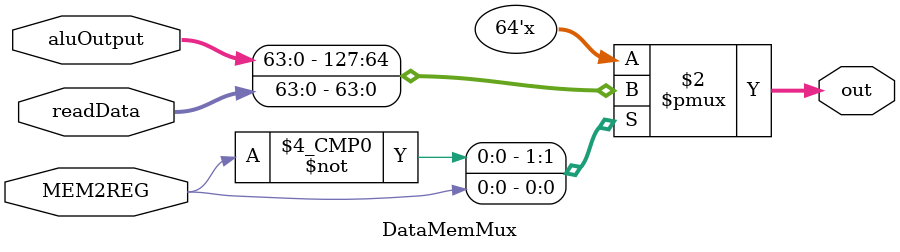
<source format=v>
module DataMemMux
(
  input [63:0] readData,
  input [63:0] aluOutput,
  input MEM2REG,
  output reg [63:0] out
);

  always @(*) case (MEM2REG)
  0: out <= aluOutput;
  1: out <= readData;
  default: out <= 64'bz;
  endcase

endmodule

</source>
